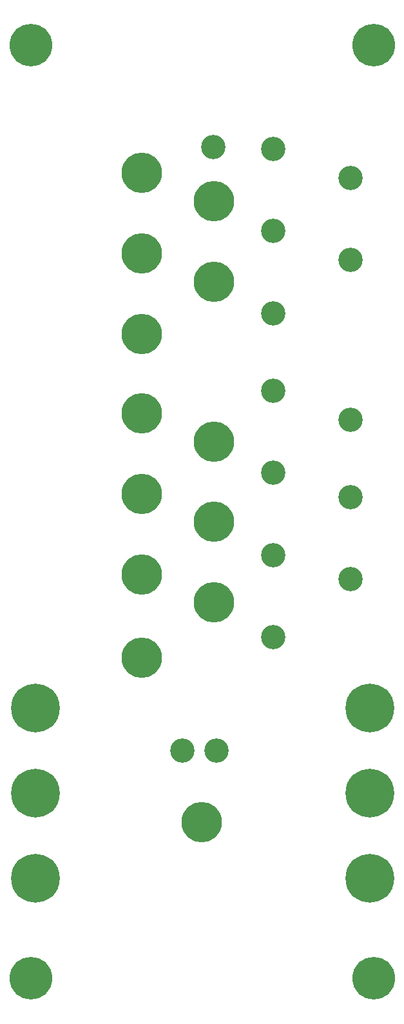
<source format=gbr>
%TF.GenerationSoftware,KiCad,Pcbnew,(6.0.1)*%
%TF.CreationDate,2022-12-13T21:13:55+02:00*%
%TF.ProjectId,EurorackDualPitchQuantizerFrontPanel,4575726f-7261-4636-9b44-75616c506974,rev?*%
%TF.SameCoordinates,Original*%
%TF.FileFunction,Copper,L2,Bot*%
%TF.FilePolarity,Positive*%
%FSLAX46Y46*%
G04 Gerber Fmt 4.6, Leading zero omitted, Abs format (unit mm)*
G04 Created by KiCad (PCBNEW (6.0.1)) date 2022-12-13 21:13:55*
%MOMM*%
%LPD*%
G01*
G04 APERTURE LIST*
%TA.AperFunction,ComponentPad*%
%ADD10C,3.200000*%
%TD*%
%TA.AperFunction,ComponentPad*%
%ADD11C,5.600000*%
%TD*%
%TA.AperFunction,ComponentPad*%
%ADD12C,6.400000*%
%TD*%
%TA.AperFunction,ComponentPad*%
%ADD13C,5.300000*%
%TD*%
G04 APERTURE END LIST*
D10*
%TO.P,REF\u002A\u002A,*%
%TO.N,*%
X50531000Y-21303000D03*
%TD*%
%TO.P,REF\u002A\u002A,*%
%TO.N,*%
X40371000Y-17493000D03*
%TD*%
D11*
%TO.P,REF\u002A\u002A,1*%
%TO.N,GND*%
X53543000Y-126403000D03*
%TD*%
D12*
%TO.P,REF\u002A\u002A,*%
%TO.N,*%
X9109000Y-113251000D03*
%TD*%
D10*
%TO.P,REF\u002A\u002A,*%
%TO.N,*%
X50531000Y-74008000D03*
%TD*%
D13*
%TO.P,REF\u002A\u002A,*%
%TO.N,*%
X32604000Y-34983000D03*
%TD*%
D11*
%TO.P,REF\u002A\u002A,1*%
%TO.N,GND*%
X53543000Y-3903000D03*
%TD*%
D10*
%TO.P,REF\u002A\u002A,*%
%TO.N,*%
X50531000Y-53053000D03*
%TD*%
D13*
%TO.P,REF\u002A\u002A,*%
%TO.N,*%
X32604000Y-24351000D03*
%TD*%
D12*
%TO.P,REF\u002A\u002A,*%
%TO.N,*%
X9109000Y-90899000D03*
%TD*%
D13*
%TO.P,REF\u002A\u002A,*%
%TO.N,*%
X23079000Y-52254000D03*
%TD*%
D10*
%TO.P,REF\u002A\u002A,*%
%TO.N,*%
X50531000Y-63213000D03*
%TD*%
D13*
%TO.P,REF\u002A\u002A,*%
%TO.N,*%
X23079000Y-31209000D03*
%TD*%
D10*
%TO.P,REF\u002A\u002A,*%
%TO.N,*%
X40371000Y-49243000D03*
%TD*%
%TO.P,REF\u002A\u002A,*%
%TO.N,*%
X40371000Y-28288000D03*
%TD*%
%TO.P,REFe,*%
%TO.N,*%
X40371000Y-60038000D03*
%TD*%
D13*
%TO.P,REF\u002A\u002A,*%
%TO.N,*%
X32604000Y-55974000D03*
%TD*%
D10*
%TO.P,REF\u002A\u002A,*%
%TO.N,*%
X50531000Y-32098000D03*
%TD*%
%TO.P,REF\u002A\u002A,*%
%TO.N,*%
X32477000Y-17239000D03*
%TD*%
D13*
%TO.P,REF\u002A\u002A,*%
%TO.N,*%
X23079000Y-73373000D03*
%TD*%
D12*
%TO.P,REF\u002A\u002A,*%
%TO.N,*%
X53051000Y-113251000D03*
%TD*%
D10*
%TO.P,REF\u002A\u002A,*%
%TO.N,*%
X28413000Y-96487000D03*
%TD*%
%TO.P,REF\u002A\u002A,*%
%TO.N,*%
X40371000Y-81628000D03*
%TD*%
D12*
%TO.P,REF\u002A\u002A,*%
%TO.N,*%
X53051000Y-102075000D03*
%TD*%
D10*
%TO.P,REF\u002A\u002A,*%
%TO.N,*%
X32965000Y-96487000D03*
%TD*%
D11*
%TO.P,REF\u002A\u002A,1*%
%TO.N,GND*%
X8543000Y-3903000D03*
%TD*%
D13*
%TO.P,REF\u002A\u002A,*%
%TO.N,*%
X23079000Y-41771000D03*
%TD*%
D10*
%TO.P,REFde,*%
%TO.N,*%
X40371000Y-70833000D03*
%TD*%
%TO.P,REF\u002A\u002A,*%
%TO.N,*%
X40371000Y-39083000D03*
%TD*%
D11*
%TO.P,REF\u002A\u002A,1*%
%TO.N,GND*%
X8543000Y-126403000D03*
%TD*%
D13*
%TO.P,REF\u002A\u002A,*%
%TO.N,*%
X23079000Y-84295000D03*
%TD*%
%TO.P,REF\u002A\u002A,*%
%TO.N,*%
X23079000Y-62832000D03*
%TD*%
%TO.P,REF\u002A\u002A,*%
%TO.N,*%
X30953000Y-105885000D03*
%TD*%
%TO.P,REF\u002A\u002A,*%
%TO.N,*%
X32604000Y-77056000D03*
%TD*%
D12*
%TO.P,REF\u002A\u002A,*%
%TO.N,*%
X53051000Y-90899000D03*
%TD*%
%TO.P,REF\u002A\u002A,*%
%TO.N,*%
X9109000Y-102075000D03*
%TD*%
D13*
%TO.P,REF\u002A\u002A,*%
%TO.N,*%
X23079000Y-20619000D03*
%TD*%
%TO.P,REF\u002A\u002A,*%
%TO.N,*%
X32604000Y-66450000D03*
%TD*%
M02*

</source>
